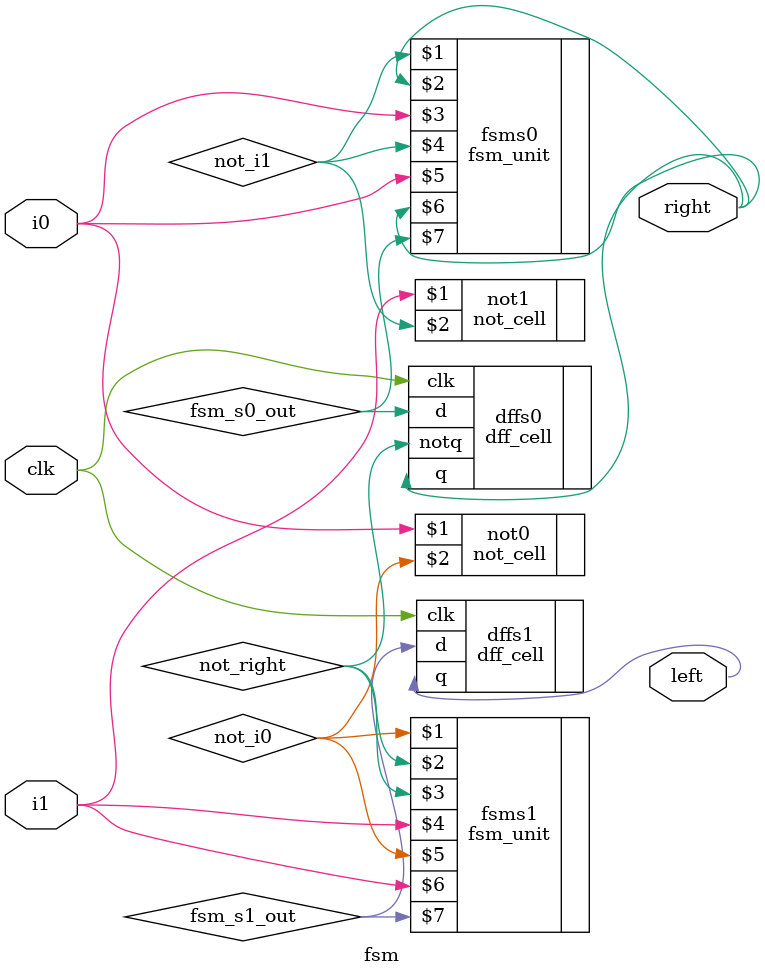
<source format=v>
`timescale 1ns / 1ps


module fsm(input i0, i1, clk, output right, left);
    wire not_i0, not_i1;
    wire not_right;
    
    wire fsm_s0_out, fsm_s1_out;
    //wire right, left;
    //wire [2:0] dc_control_right, dc_control_left;
    
    not_cell not0(i0, not_i0);
    not_cell not1(i1, not_i1);
    
    fsm_unit fsms0(not_i1, right, i0, not_i1, i0, right, fsm_s0_out);
    fsm_unit fsms1(not_i0, not_right, not_right, i1, not_i0, i1, fsm_s1_out);
    
    dff_cell dffs0(.clk(clk), .d(fsm_s0_out), .q(right), .notq(not_right));
    dff_cell dffs1(.clk(clk), .d(fsm_s1_out), .q(left));
    
endmodule

</source>
